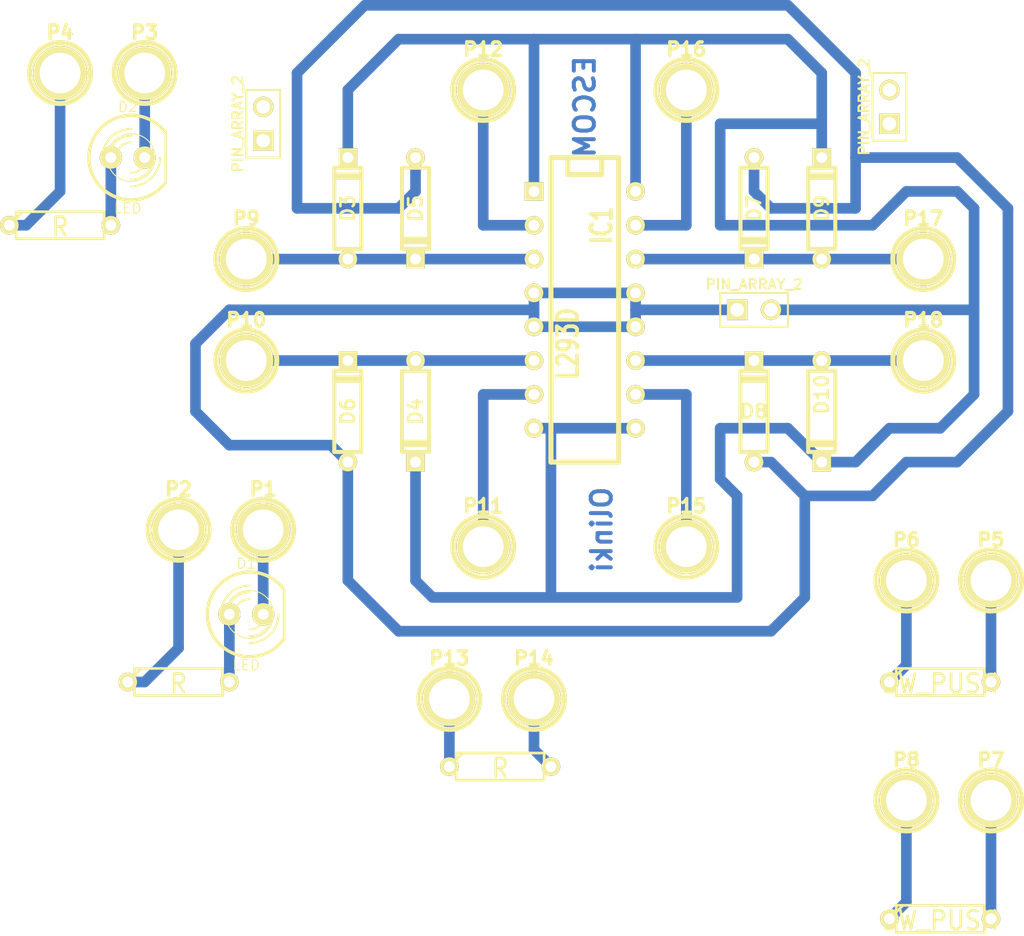
<source format=kicad_pcb>
(kicad_pcb (version 4) (host pcbnew 2015.08.03-3.rev6041.fc23-product)

  (general
    (links 42)
    (no_connects 0)
    (area 167.839572 121.265999 247.450429 191.9605)
    (thickness 1.6)
    (drawings 2)
    (tracks 113)
    (zones 0)
    (modules 37)
    (nets 23)
  )

  (page A3)
  (layers
    (0 F.Cu signal)
    (31 B.Cu signal)
    (32 B.Adhes user)
    (33 F.Adhes user)
    (34 B.Paste user)
    (35 F.Paste user)
    (36 B.SilkS user)
    (37 F.SilkS user)
    (38 B.Mask user)
    (39 F.Mask user)
    (40 Dwgs.User user)
    (41 Cmts.User user)
    (42 Eco1.User user)
    (43 Eco2.User user)
    (44 Edge.Cuts user)
  )

  (setup
    (last_trace_width 0.8)
    (trace_clearance 0.254)
    (zone_clearance 0.508)
    (zone_45_only no)
    (trace_min 0.254)
    (segment_width 0.2)
    (edge_width 0.1)
    (via_size 0.889)
    (via_drill 0.635)
    (via_min_size 0.889)
    (via_min_drill 0.508)
    (uvia_size 0.508)
    (uvia_drill 0.127)
    (uvias_allowed no)
    (uvia_min_size 0.508)
    (uvia_min_drill 0.127)
    (pcb_text_width 0.3)
    (pcb_text_size 1.5 1.5)
    (mod_edge_width 0.15)
    (mod_text_size 1 1)
    (mod_text_width 0.15)
    (pad_size 1.5 1.5)
    (pad_drill 0.6)
    (pad_to_mask_clearance 0)
    (aux_axis_origin 0 0)
    (visible_elements FFFFFFBF)
    (pcbplotparams
      (layerselection 0x00030_80000001)
      (usegerberextensions false)
      (excludeedgelayer true)
      (linewidth 0.150000)
      (plotframeref false)
      (viasonmask false)
      (mode 1)
      (useauxorigin false)
      (hpglpennumber 1)
      (hpglpenspeed 20)
      (hpglpendiameter 15)
      (hpglpenoverlay 2)
      (psnegative false)
      (psa4output false)
      (plotreference true)
      (plotvalue true)
      (plotinvisibletext false)
      (padsonsilk false)
      (subtractmaskfromsilk false)
      (outputformat 4)
      (mirror false)
      (drillshape 0)
      (scaleselection 1)
      (outputdirectory motor.pdf))
  )

  (net 0 "")
  (net 1 GND)
  (net 2 N-000001)
  (net 3 N-0000010)
  (net 4 N-0000011)
  (net 5 N-0000012)
  (net 6 N-0000013)
  (net 7 N-0000014)
  (net 8 N-0000015)
  (net 9 N-0000016)
  (net 10 N-0000017)
  (net 11 N-0000018)
  (net 12 N-0000019)
  (net 13 N-000002)
  (net 14 N-0000020)
  (net 15 N-0000021)
  (net 16 N-0000022)
  (net 17 N-000003)
  (net 18 N-000005)
  (net 19 N-000006)
  (net 20 N-000007)
  (net 21 N-000009)
  (net 22 VCC)

  (net_class Default "This is the default net class."
    (clearance 0.254)
    (trace_width 0.8)
    (via_dia 0.889)
    (via_drill 0.635)
    (uvia_dia 0.508)
    (uvia_drill 0.127)
    (add_net GND)
    (add_net N-000001)
    (add_net N-0000010)
    (add_net N-0000011)
    (add_net N-0000012)
    (add_net N-0000013)
    (add_net N-0000014)
    (add_net N-0000015)
    (add_net N-0000016)
    (add_net N-0000017)
    (add_net N-0000018)
    (add_net N-0000019)
    (add_net N-000002)
    (add_net N-0000020)
    (add_net N-0000021)
    (add_net N-0000022)
    (add_net N-000003)
    (add_net N-000005)
    (add_net N-000006)
    (add_net N-000007)
    (add_net N-000009)
    (add_net VCC)
  )

  (module R3 (layer F.Cu) (tedit 4E4C0E65) (tstamp 56228EB7)
    (at 181.61 172.72)
    (descr "Resitance 3 pas")
    (tags R)
    (path /5621ADDE)
    (autoplace_cost180 10)
    (fp_text reference R1 (at 0 0.127) (layer F.SilkS) hide
      (effects (font (size 1.397 1.27) (thickness 0.2032)))
    )
    (fp_text value R (at 0 0.127) (layer F.SilkS)
      (effects (font (size 1.397 1.27) (thickness 0.2032)))
    )
    (fp_line (start -3.81 0) (end -3.302 0) (layer F.SilkS) (width 0.2032))
    (fp_line (start 3.81 0) (end 3.302 0) (layer F.SilkS) (width 0.2032))
    (fp_line (start 3.302 0) (end 3.302 -1.016) (layer F.SilkS) (width 0.2032))
    (fp_line (start 3.302 -1.016) (end -3.302 -1.016) (layer F.SilkS) (width 0.2032))
    (fp_line (start -3.302 -1.016) (end -3.302 1.016) (layer F.SilkS) (width 0.2032))
    (fp_line (start -3.302 1.016) (end 3.302 1.016) (layer F.SilkS) (width 0.2032))
    (fp_line (start 3.302 1.016) (end 3.302 0) (layer F.SilkS) (width 0.2032))
    (fp_line (start -3.302 -0.508) (end -2.794 -1.016) (layer F.SilkS) (width 0.2032))
    (pad 1 thru_hole circle (at -3.81 0) (size 1.397 1.397) (drill 0.8128) (layers *.Cu *.Mask F.SilkS)
      (net 10 N-0000017))
    (pad 2 thru_hole circle (at 3.81 0) (size 1.397 1.397) (drill 0.8128) (layers *.Cu *.Mask F.SilkS)
      (net 8 N-0000015))
    (model discret/resistor.wrl
      (at (xyz 0 0 0))
      (scale (xyz 0.3 0.3 0.3))
      (rotate (xyz 0 0 0))
    )
  )

  (module R3 (layer F.Cu) (tedit 4E4C0E65) (tstamp 56228EC5)
    (at 205.74 179.07)
    (descr "Resitance 3 pas")
    (tags R)
    (path /56228B9E)
    (autoplace_cost180 10)
    (fp_text reference R3 (at 0 0.127) (layer F.SilkS) hide
      (effects (font (size 1.397 1.27) (thickness 0.2032)))
    )
    (fp_text value R (at 0 0.127) (layer F.SilkS)
      (effects (font (size 1.397 1.27) (thickness 0.2032)))
    )
    (fp_line (start -3.81 0) (end -3.302 0) (layer F.SilkS) (width 0.2032))
    (fp_line (start 3.81 0) (end 3.302 0) (layer F.SilkS) (width 0.2032))
    (fp_line (start 3.302 0) (end 3.302 -1.016) (layer F.SilkS) (width 0.2032))
    (fp_line (start 3.302 -1.016) (end -3.302 -1.016) (layer F.SilkS) (width 0.2032))
    (fp_line (start -3.302 -1.016) (end -3.302 1.016) (layer F.SilkS) (width 0.2032))
    (fp_line (start -3.302 1.016) (end 3.302 1.016) (layer F.SilkS) (width 0.2032))
    (fp_line (start 3.302 1.016) (end 3.302 0) (layer F.SilkS) (width 0.2032))
    (fp_line (start -3.302 -0.508) (end -2.794 -1.016) (layer F.SilkS) (width 0.2032))
    (pad 1 thru_hole circle (at -3.81 0) (size 1.397 1.397) (drill 0.8128) (layers *.Cu *.Mask F.SilkS)
      (net 19 N-000006))
    (pad 2 thru_hole circle (at 3.81 0) (size 1.397 1.397) (drill 0.8128) (layers *.Cu *.Mask F.SilkS)
      (net 20 N-000007))
    (model discret/resistor.wrl
      (at (xyz 0 0 0))
      (scale (xyz 0.3 0.3 0.3))
      (rotate (xyz 0 0 0))
    )
  )

  (module R3 (layer F.Cu) (tedit 4E4C0E65) (tstamp 56228ED3)
    (at 172.72 138.43)
    (descr "Resitance 3 pas")
    (tags R)
    (path /562249A0)
    (autoplace_cost180 10)
    (fp_text reference R2 (at 0 0.127) (layer F.SilkS) hide
      (effects (font (size 1.397 1.27) (thickness 0.2032)))
    )
    (fp_text value R (at 0 0.127) (layer F.SilkS)
      (effects (font (size 1.397 1.27) (thickness 0.2032)))
    )
    (fp_line (start -3.81 0) (end -3.302 0) (layer F.SilkS) (width 0.2032))
    (fp_line (start 3.81 0) (end 3.302 0) (layer F.SilkS) (width 0.2032))
    (fp_line (start 3.302 0) (end 3.302 -1.016) (layer F.SilkS) (width 0.2032))
    (fp_line (start 3.302 -1.016) (end -3.302 -1.016) (layer F.SilkS) (width 0.2032))
    (fp_line (start -3.302 -1.016) (end -3.302 1.016) (layer F.SilkS) (width 0.2032))
    (fp_line (start -3.302 1.016) (end 3.302 1.016) (layer F.SilkS) (width 0.2032))
    (fp_line (start 3.302 1.016) (end 3.302 0) (layer F.SilkS) (width 0.2032))
    (fp_line (start -3.302 -0.508) (end -2.794 -1.016) (layer F.SilkS) (width 0.2032))
    (pad 1 thru_hole circle (at -3.81 0) (size 1.397 1.397) (drill 0.8128) (layers *.Cu *.Mask F.SilkS)
      (net 3 N-0000010))
    (pad 2 thru_hole circle (at 3.81 0) (size 1.397 1.397) (drill 0.8128) (layers *.Cu *.Mask F.SilkS)
      (net 11 N-0000018))
    (model discret/resistor.wrl
      (at (xyz 0 0 0))
      (scale (xyz 0.3 0.3 0.3))
      (rotate (xyz 0 0 0))
    )
  )

  (module R3 (layer F.Cu) (tedit 4E4C0E65) (tstamp 56228EE1)
    (at 238.76 172.72)
    (descr "Resitance 3 pas")
    (tags R)
    (path /56224ACA)
    (autoplace_cost180 10)
    (fp_text reference SW1 (at 0 0.127) (layer F.SilkS) hide
      (effects (font (size 1.397 1.27) (thickness 0.2032)))
    )
    (fp_text value SW_PUSH (at 0 0.127) (layer F.SilkS)
      (effects (font (size 1.397 1.27) (thickness 0.2032)))
    )
    (fp_line (start -3.81 0) (end -3.302 0) (layer F.SilkS) (width 0.2032))
    (fp_line (start 3.81 0) (end 3.302 0) (layer F.SilkS) (width 0.2032))
    (fp_line (start 3.302 0) (end 3.302 -1.016) (layer F.SilkS) (width 0.2032))
    (fp_line (start 3.302 -1.016) (end -3.302 -1.016) (layer F.SilkS) (width 0.2032))
    (fp_line (start -3.302 -1.016) (end -3.302 1.016) (layer F.SilkS) (width 0.2032))
    (fp_line (start -3.302 1.016) (end 3.302 1.016) (layer F.SilkS) (width 0.2032))
    (fp_line (start 3.302 1.016) (end 3.302 0) (layer F.SilkS) (width 0.2032))
    (fp_line (start -3.302 -0.508) (end -2.794 -1.016) (layer F.SilkS) (width 0.2032))
    (pad 1 thru_hole circle (at -3.81 0) (size 1.397 1.397) (drill 0.8128) (layers *.Cu *.Mask F.SilkS)
      (net 6 N-0000013))
    (pad 2 thru_hole circle (at 3.81 0) (size 1.397 1.397) (drill 0.8128) (layers *.Cu *.Mask F.SilkS)
      (net 5 N-0000012))
    (model discret/resistor.wrl
      (at (xyz 0 0 0))
      (scale (xyz 0.3 0.3 0.3))
      (rotate (xyz 0 0 0))
    )
  )

  (module R3 (layer F.Cu) (tedit 4E4C0E65) (tstamp 56228EEF)
    (at 238.76 190.5)
    (descr "Resitance 3 pas")
    (tags R)
    (path /56224B6B)
    (autoplace_cost180 10)
    (fp_text reference SW2 (at 0 0.127) (layer F.SilkS) hide
      (effects (font (size 1.397 1.27) (thickness 0.2032)))
    )
    (fp_text value SW_PUSH (at 0 0.127) (layer F.SilkS)
      (effects (font (size 1.397 1.27) (thickness 0.2032)))
    )
    (fp_line (start -3.81 0) (end -3.302 0) (layer F.SilkS) (width 0.2032))
    (fp_line (start 3.81 0) (end 3.302 0) (layer F.SilkS) (width 0.2032))
    (fp_line (start 3.302 0) (end 3.302 -1.016) (layer F.SilkS) (width 0.2032))
    (fp_line (start 3.302 -1.016) (end -3.302 -1.016) (layer F.SilkS) (width 0.2032))
    (fp_line (start -3.302 -1.016) (end -3.302 1.016) (layer F.SilkS) (width 0.2032))
    (fp_line (start -3.302 1.016) (end 3.302 1.016) (layer F.SilkS) (width 0.2032))
    (fp_line (start 3.302 1.016) (end 3.302 0) (layer F.SilkS) (width 0.2032))
    (fp_line (start -3.302 -0.508) (end -2.794 -1.016) (layer F.SilkS) (width 0.2032))
    (pad 1 thru_hole circle (at -3.81 0) (size 1.397 1.397) (drill 0.8128) (layers *.Cu *.Mask F.SilkS)
      (net 7 N-0000014))
    (pad 2 thru_hole circle (at 3.81 0) (size 1.397 1.397) (drill 0.8128) (layers *.Cu *.Mask F.SilkS)
      (net 21 N-000009))
    (model discret/resistor.wrl
      (at (xyz 0 0 0))
      (scale (xyz 0.3 0.3 0.3))
      (rotate (xyz 0 0 0))
    )
  )

  (module LED-5MM (layer F.Cu) (tedit 50ADE86B) (tstamp 56228EFE)
    (at 177.8 133.35)
    (descr "LED 5mm - Lead pitch 100mil (2,54mm)")
    (tags "LED led 5mm 5MM 100mil 2,54mm")
    (path /5622499A)
    (fp_text reference D2 (at 0 -3.81) (layer F.SilkS)
      (effects (font (size 0.762 0.762) (thickness 0.0889)))
    )
    (fp_text value LED (at 0 3.81) (layer F.SilkS)
      (effects (font (size 0.762 0.762) (thickness 0.0889)))
    )
    (fp_line (start 2.8448 1.905) (end 2.8448 -1.905) (layer F.SilkS) (width 0.2032))
    (fp_circle (center 0.254 0) (end -1.016 1.27) (layer F.SilkS) (width 0.0762))
    (fp_arc (start 0.254 0) (end 2.794 1.905) (angle 286.2) (layer F.SilkS) (width 0.254))
    (fp_arc (start 0.254 0) (end -0.889 0) (angle 90) (layer F.SilkS) (width 0.1524))
    (fp_arc (start 0.254 0) (end 1.397 0) (angle 90) (layer F.SilkS) (width 0.1524))
    (fp_arc (start 0.254 0) (end -1.397 0) (angle 90) (layer F.SilkS) (width 0.1524))
    (fp_arc (start 0.254 0) (end 1.905 0) (angle 90) (layer F.SilkS) (width 0.1524))
    (fp_arc (start 0.254 0) (end -1.905 0) (angle 90) (layer F.SilkS) (width 0.1524))
    (fp_arc (start 0.254 0) (end 2.413 0) (angle 90) (layer F.SilkS) (width 0.1524))
    (pad 1 thru_hole circle (at -1.27 0) (size 1.6764 1.6764) (drill 0.8128) (layers *.Cu *.Mask F.SilkS)
      (net 11 N-0000018))
    (pad 2 thru_hole circle (at 1.27 0) (size 1.6764 1.6764) (drill 0.8128) (layers *.Cu *.Mask F.SilkS)
      (net 4 N-0000011))
    (model discret/leds/led5_vertical_verde.wrl
      (at (xyz 0 0 0))
      (scale (xyz 1 1 1))
      (rotate (xyz 0 0 0))
    )
  )

  (module LED-5MM (layer F.Cu) (tedit 50ADE86B) (tstamp 56228F0D)
    (at 186.69 167.64)
    (descr "LED 5mm - Lead pitch 100mil (2,54mm)")
    (tags "LED led 5mm 5MM 100mil 2,54mm")
    (path /5621AB91)
    (fp_text reference D1 (at 0 -3.81) (layer F.SilkS)
      (effects (font (size 0.762 0.762) (thickness 0.0889)))
    )
    (fp_text value LED (at 0 3.81) (layer F.SilkS)
      (effects (font (size 0.762 0.762) (thickness 0.0889)))
    )
    (fp_line (start 2.8448 1.905) (end 2.8448 -1.905) (layer F.SilkS) (width 0.2032))
    (fp_circle (center 0.254 0) (end -1.016 1.27) (layer F.SilkS) (width 0.0762))
    (fp_arc (start 0.254 0) (end 2.794 1.905) (angle 286.2) (layer F.SilkS) (width 0.254))
    (fp_arc (start 0.254 0) (end -0.889 0) (angle 90) (layer F.SilkS) (width 0.1524))
    (fp_arc (start 0.254 0) (end 1.397 0) (angle 90) (layer F.SilkS) (width 0.1524))
    (fp_arc (start 0.254 0) (end -1.397 0) (angle 90) (layer F.SilkS) (width 0.1524))
    (fp_arc (start 0.254 0) (end 1.905 0) (angle 90) (layer F.SilkS) (width 0.1524))
    (fp_arc (start 0.254 0) (end -1.905 0) (angle 90) (layer F.SilkS) (width 0.1524))
    (fp_arc (start 0.254 0) (end 2.413 0) (angle 90) (layer F.SilkS) (width 0.1524))
    (pad 1 thru_hole circle (at -1.27 0) (size 1.6764 1.6764) (drill 0.8128) (layers *.Cu *.Mask F.SilkS)
      (net 8 N-0000015))
    (pad 2 thru_hole circle (at 1.27 0) (size 1.6764 1.6764) (drill 0.8128) (layers *.Cu *.Mask F.SilkS)
      (net 9 N-0000016))
    (model discret/leds/led5_vertical_verde.wrl
      (at (xyz 0 0 0))
      (scale (xyz 1 1 1))
      (rotate (xyz 0 0 0))
    )
  )

  (module DIP-16__300 (layer F.Cu) (tedit 200000) (tstamp 56228F29)
    (at 212.09 144.78 270)
    (descr "16 pins DIL package, round pads")
    (tags DIL)
    (path /56225176)
    (fp_text reference IC1 (at -6.35 -1.27 270) (layer F.SilkS)
      (effects (font (size 1.524 1.143) (thickness 0.3048)))
    )
    (fp_text value L293D (at 2.54 1.27 270) (layer F.SilkS)
      (effects (font (size 1.524 1.143) (thickness 0.3048)))
    )
    (fp_line (start -11.43 -1.27) (end -11.43 -1.27) (layer F.SilkS) (width 0.381))
    (fp_line (start -11.43 -1.27) (end -10.16 -1.27) (layer F.SilkS) (width 0.381))
    (fp_line (start -10.16 -1.27) (end -10.16 1.27) (layer F.SilkS) (width 0.381))
    (fp_line (start -10.16 1.27) (end -11.43 1.27) (layer F.SilkS) (width 0.381))
    (fp_line (start -11.43 -2.54) (end 11.43 -2.54) (layer F.SilkS) (width 0.381))
    (fp_line (start 11.43 -2.54) (end 11.43 2.54) (layer F.SilkS) (width 0.381))
    (fp_line (start 11.43 2.54) (end -11.43 2.54) (layer F.SilkS) (width 0.381))
    (fp_line (start -11.43 2.54) (end -11.43 -2.54) (layer F.SilkS) (width 0.381))
    (pad 1 thru_hole rect (at -8.89 3.81 270) (size 1.397 1.397) (drill 0.8128) (layers *.Cu *.Mask F.SilkS)
      (net 22 VCC))
    (pad 2 thru_hole circle (at -6.35 3.81 270) (size 1.397 1.397) (drill 0.8128) (layers *.Cu *.Mask F.SilkS)
      (net 2 N-000001))
    (pad 3 thru_hole circle (at -3.81 3.81 270) (size 1.397 1.397) (drill 0.8128) (layers *.Cu *.Mask F.SilkS)
      (net 12 N-0000019))
    (pad 4 thru_hole circle (at -1.27 3.81 270) (size 1.397 1.397) (drill 0.8128) (layers *.Cu *.Mask F.SilkS)
      (net 1 GND))
    (pad 5 thru_hole circle (at 1.27 3.81 270) (size 1.397 1.397) (drill 0.8128) (layers *.Cu *.Mask F.SilkS)
      (net 1 GND))
    (pad 6 thru_hole circle (at 3.81 3.81 270) (size 1.397 1.397) (drill 0.8128) (layers *.Cu *.Mask F.SilkS)
      (net 14 N-0000020))
    (pad 7 thru_hole circle (at 6.35 3.81 270) (size 1.397 1.397) (drill 0.8128) (layers *.Cu *.Mask F.SilkS)
      (net 13 N-000002))
    (pad 8 thru_hole circle (at 8.89 3.81 270) (size 1.397 1.397) (drill 0.8128) (layers *.Cu *.Mask F.SilkS)
      (net 22 VCC))
    (pad 9 thru_hole circle (at 8.89 -3.81 270) (size 1.397 1.397) (drill 0.8128) (layers *.Cu *.Mask F.SilkS)
      (net 22 VCC))
    (pad 10 thru_hole circle (at 6.35 -3.81 270) (size 1.397 1.397) (drill 0.8128) (layers *.Cu *.Mask F.SilkS)
      (net 17 N-000003))
    (pad 11 thru_hole circle (at 3.81 -3.81 270) (size 1.397 1.397) (drill 0.8128) (layers *.Cu *.Mask F.SilkS)
      (net 16 N-0000022))
    (pad 12 thru_hole circle (at 1.27 -3.81 270) (size 1.397 1.397) (drill 0.8128) (layers *.Cu *.Mask F.SilkS)
      (net 1 GND))
    (pad 13 thru_hole circle (at -1.27 -3.81 270) (size 1.397 1.397) (drill 0.8128) (layers *.Cu *.Mask F.SilkS)
      (net 1 GND))
    (pad 14 thru_hole circle (at -3.81 -3.81 270) (size 1.397 1.397) (drill 0.8128) (layers *.Cu *.Mask F.SilkS)
      (net 15 N-0000021))
    (pad 15 thru_hole circle (at -6.35 -3.81 270) (size 1.397 1.397) (drill 0.8128) (layers *.Cu *.Mask F.SilkS)
      (net 18 N-000005))
    (pad 16 thru_hole circle (at -8.89 -3.81 270) (size 1.397 1.397) (drill 0.8128) (layers *.Cu *.Mask F.SilkS)
      (net 22 VCC))
    (model dil/dil_16.wrl
      (at (xyz 0 0 0))
      (scale (xyz 1 1 1))
      (rotate (xyz 0 0 0))
    )
  )

  (module D3 (layer F.Cu) (tedit 200000) (tstamp 56228F39)
    (at 194.31 152.4 90)
    (descr "Diode 3 pas")
    (tags "DIODE DEV")
    (path /5622526B)
    (fp_text reference D6 (at 0 0 90) (layer F.SilkS)
      (effects (font (size 1.016 1.016) (thickness 0.2032)))
    )
    (fp_text value DIODE (at 0 0 90) (layer F.SilkS) hide
      (effects (font (size 1.016 1.016) (thickness 0.2032)))
    )
    (fp_line (start 3.81 0) (end 3.048 0) (layer F.SilkS) (width 0.3048))
    (fp_line (start 3.048 0) (end 3.048 -1.016) (layer F.SilkS) (width 0.3048))
    (fp_line (start 3.048 -1.016) (end -3.048 -1.016) (layer F.SilkS) (width 0.3048))
    (fp_line (start -3.048 -1.016) (end -3.048 0) (layer F.SilkS) (width 0.3048))
    (fp_line (start -3.048 0) (end -3.81 0) (layer F.SilkS) (width 0.3048))
    (fp_line (start -3.048 0) (end -3.048 1.016) (layer F.SilkS) (width 0.3048))
    (fp_line (start -3.048 1.016) (end 3.048 1.016) (layer F.SilkS) (width 0.3048))
    (fp_line (start 3.048 1.016) (end 3.048 0) (layer F.SilkS) (width 0.3048))
    (fp_line (start 2.54 -1.016) (end 2.54 1.016) (layer F.SilkS) (width 0.3048))
    (fp_line (start 2.286 1.016) (end 2.286 -1.016) (layer F.SilkS) (width 0.3048))
    (pad 2 thru_hole rect (at 3.81 0 90) (size 1.397 1.397) (drill 0.8128) (layers *.Cu *.Mask F.SilkS)
      (net 14 N-0000020))
    (pad 1 thru_hole circle (at -3.81 0 90) (size 1.397 1.397) (drill 0.8128) (layers *.Cu *.Mask F.SilkS)
      (net 1 GND))
    (model discret/diode.wrl
      (at (xyz 0 0 0))
      (scale (xyz 0.3 0.3 0.3))
      (rotate (xyz 0 0 0))
    )
  )

  (module D3 (layer F.Cu) (tedit 56240799) (tstamp 56228F49)
    (at 224.79 152.4 90)
    (descr "Diode 3 pas")
    (tags "DIODE DEV")
    (path /562252B6)
    (fp_text reference D8 (at 0 0 180) (layer F.SilkS)
      (effects (font (size 1.016 1.016) (thickness 0.2032)))
    )
    (fp_text value DIODE (at 0 0 90) (layer F.SilkS) hide
      (effects (font (size 1.016 1.016) (thickness 0.2032)))
    )
    (fp_line (start 3.81 0) (end 3.048 0) (layer F.SilkS) (width 0.3048))
    (fp_line (start 3.048 0) (end 3.048 -1.016) (layer F.SilkS) (width 0.3048))
    (fp_line (start 3.048 -1.016) (end -3.048 -1.016) (layer F.SilkS) (width 0.3048))
    (fp_line (start -3.048 -1.016) (end -3.048 0) (layer F.SilkS) (width 0.3048))
    (fp_line (start -3.048 0) (end -3.81 0) (layer F.SilkS) (width 0.3048))
    (fp_line (start -3.048 0) (end -3.048 1.016) (layer F.SilkS) (width 0.3048))
    (fp_line (start -3.048 1.016) (end 3.048 1.016) (layer F.SilkS) (width 0.3048))
    (fp_line (start 3.048 1.016) (end 3.048 0) (layer F.SilkS) (width 0.3048))
    (fp_line (start 2.54 -1.016) (end 2.54 1.016) (layer F.SilkS) (width 0.3048))
    (fp_line (start 2.286 1.016) (end 2.286 -1.016) (layer F.SilkS) (width 0.3048))
    (pad 2 thru_hole rect (at 3.81 0 90) (size 1.397 1.397) (drill 0.8128) (layers *.Cu *.Mask F.SilkS)
      (net 16 N-0000022))
    (pad 1 thru_hole circle (at -3.81 0 90) (size 1.397 1.397) (drill 0.8128) (layers *.Cu *.Mask F.SilkS)
      (net 1 GND))
    (model discret/diode.wrl
      (at (xyz 0 0 0))
      (scale (xyz 0.3 0.3 0.3))
      (rotate (xyz 0 0 0))
    )
  )

  (module D3 (layer F.Cu) (tedit 56240759) (tstamp 56228F59)
    (at 229.87 152.4 270)
    (descr "Diode 3 pas")
    (tags "DIODE DEV")
    (path /562252A7)
    (fp_text reference D10 (at -1.27 0 270) (layer F.SilkS)
      (effects (font (size 1.016 1.016) (thickness 0.2032)))
    )
    (fp_text value DIODE (at 0 0 270) (layer F.SilkS) hide
      (effects (font (size 1.016 1.016) (thickness 0.2032)))
    )
    (fp_line (start 3.81 0) (end 3.048 0) (layer F.SilkS) (width 0.3048))
    (fp_line (start 3.048 0) (end 3.048 -1.016) (layer F.SilkS) (width 0.3048))
    (fp_line (start 3.048 -1.016) (end -3.048 -1.016) (layer F.SilkS) (width 0.3048))
    (fp_line (start -3.048 -1.016) (end -3.048 0) (layer F.SilkS) (width 0.3048))
    (fp_line (start -3.048 0) (end -3.81 0) (layer F.SilkS) (width 0.3048))
    (fp_line (start -3.048 0) (end -3.048 1.016) (layer F.SilkS) (width 0.3048))
    (fp_line (start -3.048 1.016) (end 3.048 1.016) (layer F.SilkS) (width 0.3048))
    (fp_line (start 3.048 1.016) (end 3.048 0) (layer F.SilkS) (width 0.3048))
    (fp_line (start 2.54 -1.016) (end 2.54 1.016) (layer F.SilkS) (width 0.3048))
    (fp_line (start 2.286 1.016) (end 2.286 -1.016) (layer F.SilkS) (width 0.3048))
    (pad 2 thru_hole rect (at 3.81 0 270) (size 1.397 1.397) (drill 0.8128) (layers *.Cu *.Mask F.SilkS)
      (net 22 VCC))
    (pad 1 thru_hole circle (at -3.81 0 270) (size 1.397 1.397) (drill 0.8128) (layers *.Cu *.Mask F.SilkS)
      (net 16 N-0000022))
    (model discret/diode.wrl
      (at (xyz 0 0 0))
      (scale (xyz 0.3 0.3 0.3))
      (rotate (xyz 0 0 0))
    )
  )

  (module D3 (layer F.Cu) (tedit 562407D3) (tstamp 56228F69)
    (at 229.87 137.16 90)
    (descr "Diode 3 pas")
    (tags "DIODE DEV")
    (path /56225298)
    (fp_text reference D9 (at 0 0 90) (layer F.SilkS)
      (effects (font (size 1.016 1.016) (thickness 0.2032)))
    )
    (fp_text value DIODE (at 0 0 90) (layer F.SilkS) hide
      (effects (font (size 1.016 1.016) (thickness 0.2032)))
    )
    (fp_line (start 3.81 0) (end 3.048 0) (layer F.SilkS) (width 0.3048))
    (fp_line (start 3.048 0) (end 3.048 -1.016) (layer F.SilkS) (width 0.3048))
    (fp_line (start 3.048 -1.016) (end -3.048 -1.016) (layer F.SilkS) (width 0.3048))
    (fp_line (start -3.048 -1.016) (end -3.048 0) (layer F.SilkS) (width 0.3048))
    (fp_line (start -3.048 0) (end -3.81 0) (layer F.SilkS) (width 0.3048))
    (fp_line (start -3.048 0) (end -3.048 1.016) (layer F.SilkS) (width 0.3048))
    (fp_line (start -3.048 1.016) (end 3.048 1.016) (layer F.SilkS) (width 0.3048))
    (fp_line (start 3.048 1.016) (end 3.048 0) (layer F.SilkS) (width 0.3048))
    (fp_line (start 2.54 -1.016) (end 2.54 1.016) (layer F.SilkS) (width 0.3048))
    (fp_line (start 2.286 1.016) (end 2.286 -1.016) (layer F.SilkS) (width 0.3048))
    (pad 2 thru_hole rect (at 3.81 0 90) (size 1.397 1.397) (drill 0.8128) (layers *.Cu *.Mask F.SilkS)
      (net 22 VCC))
    (pad 1 thru_hole circle (at -3.81 0 90) (size 1.397 1.397) (drill 0.8128) (layers *.Cu *.Mask F.SilkS)
      (net 15 N-0000021))
    (model discret/diode.wrl
      (at (xyz 0 0 0))
      (scale (xyz 0.3 0.3 0.3))
      (rotate (xyz 0 0 0))
    )
  )

  (module D3 (layer F.Cu) (tedit 200000) (tstamp 56228F79)
    (at 224.79 137.16 270)
    (descr "Diode 3 pas")
    (tags "DIODE DEV")
    (path /56225289)
    (fp_text reference D7 (at 0 0 270) (layer F.SilkS)
      (effects (font (size 1.016 1.016) (thickness 0.2032)))
    )
    (fp_text value DIODE (at 0 0 270) (layer F.SilkS) hide
      (effects (font (size 1.016 1.016) (thickness 0.2032)))
    )
    (fp_line (start 3.81 0) (end 3.048 0) (layer F.SilkS) (width 0.3048))
    (fp_line (start 3.048 0) (end 3.048 -1.016) (layer F.SilkS) (width 0.3048))
    (fp_line (start 3.048 -1.016) (end -3.048 -1.016) (layer F.SilkS) (width 0.3048))
    (fp_line (start -3.048 -1.016) (end -3.048 0) (layer F.SilkS) (width 0.3048))
    (fp_line (start -3.048 0) (end -3.81 0) (layer F.SilkS) (width 0.3048))
    (fp_line (start -3.048 0) (end -3.048 1.016) (layer F.SilkS) (width 0.3048))
    (fp_line (start -3.048 1.016) (end 3.048 1.016) (layer F.SilkS) (width 0.3048))
    (fp_line (start 3.048 1.016) (end 3.048 0) (layer F.SilkS) (width 0.3048))
    (fp_line (start 2.54 -1.016) (end 2.54 1.016) (layer F.SilkS) (width 0.3048))
    (fp_line (start 2.286 1.016) (end 2.286 -1.016) (layer F.SilkS) (width 0.3048))
    (pad 2 thru_hole rect (at 3.81 0 270) (size 1.397 1.397) (drill 0.8128) (layers *.Cu *.Mask F.SilkS)
      (net 15 N-0000021))
    (pad 1 thru_hole circle (at -3.81 0 270) (size 1.397 1.397) (drill 0.8128) (layers *.Cu *.Mask F.SilkS)
      (net 1 GND))
    (model discret/diode.wrl
      (at (xyz 0 0 0))
      (scale (xyz 0.3 0.3 0.3))
      (rotate (xyz 0 0 0))
    )
  )

  (module D3 (layer F.Cu) (tedit 56240777) (tstamp 56228F89)
    (at 199.39 152.4 270)
    (descr "Diode 3 pas")
    (tags "DIODE DEV")
    (path /5622527A)
    (fp_text reference D4 (at 0 0 270) (layer F.SilkS)
      (effects (font (size 1.016 1.016) (thickness 0.2032)))
    )
    (fp_text value DIODE (at 0 0 270) (layer F.SilkS) hide
      (effects (font (size 1.016 1.016) (thickness 0.2032)))
    )
    (fp_line (start 3.81 0) (end 3.048 0) (layer F.SilkS) (width 0.3048))
    (fp_line (start 3.048 0) (end 3.048 -1.016) (layer F.SilkS) (width 0.3048))
    (fp_line (start 3.048 -1.016) (end -3.048 -1.016) (layer F.SilkS) (width 0.3048))
    (fp_line (start -3.048 -1.016) (end -3.048 0) (layer F.SilkS) (width 0.3048))
    (fp_line (start -3.048 0) (end -3.81 0) (layer F.SilkS) (width 0.3048))
    (fp_line (start -3.048 0) (end -3.048 1.016) (layer F.SilkS) (width 0.3048))
    (fp_line (start -3.048 1.016) (end 3.048 1.016) (layer F.SilkS) (width 0.3048))
    (fp_line (start 3.048 1.016) (end 3.048 0) (layer F.SilkS) (width 0.3048))
    (fp_line (start 2.54 -1.016) (end 2.54 1.016) (layer F.SilkS) (width 0.3048))
    (fp_line (start 2.286 1.016) (end 2.286 -1.016) (layer F.SilkS) (width 0.3048))
    (pad 2 thru_hole rect (at 3.81 0 270) (size 1.397 1.397) (drill 0.8128) (layers *.Cu *.Mask F.SilkS)
      (net 22 VCC))
    (pad 1 thru_hole circle (at -3.81 0 270) (size 1.397 1.397) (drill 0.8128) (layers *.Cu *.Mask F.SilkS)
      (net 14 N-0000020))
    (model discret/diode.wrl
      (at (xyz 0 0 0))
      (scale (xyz 0.3 0.3 0.3))
      (rotate (xyz 0 0 0))
    )
  )

  (module D3 (layer F.Cu) (tedit 200000) (tstamp 56228F99)
    (at 194.31 137.16 90)
    (descr "Diode 3 pas")
    (tags "DIODE DEV")
    (path /5622525C)
    (fp_text reference D3 (at 0 0 90) (layer F.SilkS)
      (effects (font (size 1.016 1.016) (thickness 0.2032)))
    )
    (fp_text value DIODE (at 0 0 90) (layer F.SilkS) hide
      (effects (font (size 1.016 1.016) (thickness 0.2032)))
    )
    (fp_line (start 3.81 0) (end 3.048 0) (layer F.SilkS) (width 0.3048))
    (fp_line (start 3.048 0) (end 3.048 -1.016) (layer F.SilkS) (width 0.3048))
    (fp_line (start 3.048 -1.016) (end -3.048 -1.016) (layer F.SilkS) (width 0.3048))
    (fp_line (start -3.048 -1.016) (end -3.048 0) (layer F.SilkS) (width 0.3048))
    (fp_line (start -3.048 0) (end -3.81 0) (layer F.SilkS) (width 0.3048))
    (fp_line (start -3.048 0) (end -3.048 1.016) (layer F.SilkS) (width 0.3048))
    (fp_line (start -3.048 1.016) (end 3.048 1.016) (layer F.SilkS) (width 0.3048))
    (fp_line (start 3.048 1.016) (end 3.048 0) (layer F.SilkS) (width 0.3048))
    (fp_line (start 2.54 -1.016) (end 2.54 1.016) (layer F.SilkS) (width 0.3048))
    (fp_line (start 2.286 1.016) (end 2.286 -1.016) (layer F.SilkS) (width 0.3048))
    (pad 2 thru_hole rect (at 3.81 0 90) (size 1.397 1.397) (drill 0.8128) (layers *.Cu *.Mask F.SilkS)
      (net 22 VCC))
    (pad 1 thru_hole circle (at -3.81 0 90) (size 1.397 1.397) (drill 0.8128) (layers *.Cu *.Mask F.SilkS)
      (net 12 N-0000019))
    (model discret/diode.wrl
      (at (xyz 0 0 0))
      (scale (xyz 0.3 0.3 0.3))
      (rotate (xyz 0 0 0))
    )
  )

  (module D3 (layer F.Cu) (tedit 200000) (tstamp 56228FA9)
    (at 199.39 137.16 270)
    (descr "Diode 3 pas")
    (tags "DIODE DEV")
    (path /5622524D)
    (fp_text reference D5 (at 0 0 270) (layer F.SilkS)
      (effects (font (size 1.016 1.016) (thickness 0.2032)))
    )
    (fp_text value DIODE (at 0 0 270) (layer F.SilkS) hide
      (effects (font (size 1.016 1.016) (thickness 0.2032)))
    )
    (fp_line (start 3.81 0) (end 3.048 0) (layer F.SilkS) (width 0.3048))
    (fp_line (start 3.048 0) (end 3.048 -1.016) (layer F.SilkS) (width 0.3048))
    (fp_line (start 3.048 -1.016) (end -3.048 -1.016) (layer F.SilkS) (width 0.3048))
    (fp_line (start -3.048 -1.016) (end -3.048 0) (layer F.SilkS) (width 0.3048))
    (fp_line (start -3.048 0) (end -3.81 0) (layer F.SilkS) (width 0.3048))
    (fp_line (start -3.048 0) (end -3.048 1.016) (layer F.SilkS) (width 0.3048))
    (fp_line (start -3.048 1.016) (end 3.048 1.016) (layer F.SilkS) (width 0.3048))
    (fp_line (start 3.048 1.016) (end 3.048 0) (layer F.SilkS) (width 0.3048))
    (fp_line (start 2.54 -1.016) (end 2.54 1.016) (layer F.SilkS) (width 0.3048))
    (fp_line (start 2.286 1.016) (end 2.286 -1.016) (layer F.SilkS) (width 0.3048))
    (pad 2 thru_hole rect (at 3.81 0 270) (size 1.397 1.397) (drill 0.8128) (layers *.Cu *.Mask F.SilkS)
      (net 12 N-0000019))
    (pad 1 thru_hole circle (at -3.81 0 270) (size 1.397 1.397) (drill 0.8128) (layers *.Cu *.Mask F.SilkS)
      (net 1 GND))
    (model discret/diode.wrl
      (at (xyz 0 0 0))
      (scale (xyz 0.3 0.3 0.3))
      (rotate (xyz 0 0 0))
    )
  )

  (module 1pin (layer F.Cu) (tedit 200000) (tstamp 56228FAF)
    (at 204.47 128.27)
    (descr "module 1 pin (ou trou mecanique de percage)")
    (tags DEV)
    (path /562252D4)
    (fp_text reference P12 (at 0 -3.048) (layer F.SilkS)
      (effects (font (size 1.016 1.016) (thickness 0.254)))
    )
    (fp_text value CONNECTOR (at 0 2.794) (layer F.SilkS) hide
      (effects (font (size 1.016 1.016) (thickness 0.254)))
    )
    (fp_circle (center 0 0) (end 0 -2.286) (layer F.SilkS) (width 0.381))
    (pad 1 thru_hole circle (at 0 0) (size 4.064 4.064) (drill 3.048) (layers *.Cu *.Mask F.SilkS)
      (net 2 N-000001))
  )

  (module 1pin (layer F.Cu) (tedit 200000) (tstamp 56228FB5)
    (at 208.28 173.99)
    (descr "module 1 pin (ou trou mecanique de percage)")
    (tags DEV)
    (path /56228BB5)
    (fp_text reference P14 (at 0 -3.048) (layer F.SilkS)
      (effects (font (size 1.016 1.016) (thickness 0.254)))
    )
    (fp_text value CONNECTOR (at 0 2.794) (layer F.SilkS) hide
      (effects (font (size 1.016 1.016) (thickness 0.254)))
    )
    (fp_circle (center 0 0) (end 0 -2.286) (layer F.SilkS) (width 0.381))
    (pad 1 thru_hole circle (at 0 0) (size 4.064 4.064) (drill 3.048) (layers *.Cu *.Mask F.SilkS)
      (net 20 N-000007))
  )

  (module 1pin (layer F.Cu) (tedit 200000) (tstamp 56228FBB)
    (at 201.93 173.99)
    (descr "module 1 pin (ou trou mecanique de percage)")
    (tags DEV)
    (path /56228BA6)
    (fp_text reference P13 (at 0 -3.048) (layer F.SilkS)
      (effects (font (size 1.016 1.016) (thickness 0.254)))
    )
    (fp_text value CONNECTOR (at 0 2.794) (layer F.SilkS) hide
      (effects (font (size 1.016 1.016) (thickness 0.254)))
    )
    (fp_circle (center 0 0) (end 0 -2.286) (layer F.SilkS) (width 0.381))
    (pad 1 thru_hole circle (at 0 0) (size 4.064 4.064) (drill 3.048) (layers *.Cu *.Mask F.SilkS)
      (net 19 N-000006))
  )

  (module 1pin (layer F.Cu) (tedit 200000) (tstamp 56228FC1)
    (at 187.96 161.29)
    (descr "module 1 pin (ou trou mecanique de percage)")
    (tags DEV)
    (path /5621B205)
    (fp_text reference P1 (at 0 -3.048) (layer F.SilkS)
      (effects (font (size 1.016 1.016) (thickness 0.254)))
    )
    (fp_text value CONNECTOR (at 0 2.794) (layer F.SilkS) hide
      (effects (font (size 1.016 1.016) (thickness 0.254)))
    )
    (fp_circle (center 0 0) (end 0 -2.286) (layer F.SilkS) (width 0.381))
    (pad 1 thru_hole circle (at 0 0) (size 4.064 4.064) (drill 3.048) (layers *.Cu *.Mask F.SilkS)
      (net 9 N-0000016))
  )

  (module 1pin (layer F.Cu) (tedit 200000) (tstamp 56228FC7)
    (at 219.71 162.56)
    (descr "module 1 pin (ou trou mecanique de percage)")
    (tags DEV)
    (path /5622532E)
    (fp_text reference P15 (at 0 -3.048) (layer F.SilkS)
      (effects (font (size 1.016 1.016) (thickness 0.254)))
    )
    (fp_text value CONNECTOR (at 0 2.794) (layer F.SilkS) hide
      (effects (font (size 1.016 1.016) (thickness 0.254)))
    )
    (fp_circle (center 0 0) (end 0 -2.286) (layer F.SilkS) (width 0.381))
    (pad 1 thru_hole circle (at 0 0) (size 4.064 4.064) (drill 3.048) (layers *.Cu *.Mask F.SilkS)
      (net 17 N-000003))
  )

  (module 1pin (layer F.Cu) (tedit 200000) (tstamp 56228FCD)
    (at 237.49 148.59)
    (descr "module 1 pin (ou trou mecanique de percage)")
    (tags DEV)
    (path /5622531F)
    (fp_text reference P18 (at 0 -3.048) (layer F.SilkS)
      (effects (font (size 1.016 1.016) (thickness 0.254)))
    )
    (fp_text value CONNECTOR (at 0 2.794) (layer F.SilkS) hide
      (effects (font (size 1.016 1.016) (thickness 0.254)))
    )
    (fp_circle (center 0 0) (end 0 -2.286) (layer F.SilkS) (width 0.381))
    (pad 1 thru_hole circle (at 0 0) (size 4.064 4.064) (drill 3.048) (layers *.Cu *.Mask F.SilkS)
      (net 16 N-0000022))
  )

  (module 1pin (layer F.Cu) (tedit 200000) (tstamp 56228FD3)
    (at 237.49 140.97)
    (descr "module 1 pin (ou trou mecanique de percage)")
    (tags DEV)
    (path /56225310)
    (fp_text reference P17 (at 0 -3.048) (layer F.SilkS)
      (effects (font (size 1.016 1.016) (thickness 0.254)))
    )
    (fp_text value CONNECTOR (at 0 2.794) (layer F.SilkS) hide
      (effects (font (size 1.016 1.016) (thickness 0.254)))
    )
    (fp_circle (center 0 0) (end 0 -2.286) (layer F.SilkS) (width 0.381))
    (pad 1 thru_hole circle (at 0 0) (size 4.064 4.064) (drill 3.048) (layers *.Cu *.Mask F.SilkS)
      (net 15 N-0000021))
  )

  (module 1pin (layer F.Cu) (tedit 200000) (tstamp 56228FD9)
    (at 219.71 128.27)
    (descr "module 1 pin (ou trou mecanique de percage)")
    (tags DEV)
    (path /56225301)
    (fp_text reference P16 (at 0 -3.048) (layer F.SilkS)
      (effects (font (size 1.016 1.016) (thickness 0.254)))
    )
    (fp_text value CONNECTOR (at 0 2.794) (layer F.SilkS) hide
      (effects (font (size 1.016 1.016) (thickness 0.254)))
    )
    (fp_circle (center 0 0) (end 0 -2.286) (layer F.SilkS) (width 0.381))
    (pad 1 thru_hole circle (at 0 0) (size 4.064 4.064) (drill 3.048) (layers *.Cu *.Mask F.SilkS)
      (net 18 N-000005))
  )

  (module 1pin (layer F.Cu) (tedit 200000) (tstamp 56228FDF)
    (at 186.69 140.97)
    (descr "module 1 pin (ou trou mecanique de percage)")
    (tags DEV)
    (path /562252F2)
    (fp_text reference P9 (at 0 -3.048) (layer F.SilkS)
      (effects (font (size 1.016 1.016) (thickness 0.254)))
    )
    (fp_text value CONNECTOR (at 0 2.794) (layer F.SilkS) hide
      (effects (font (size 1.016 1.016) (thickness 0.254)))
    )
    (fp_circle (center 0 0) (end 0 -2.286) (layer F.SilkS) (width 0.381))
    (pad 1 thru_hole circle (at 0 0) (size 4.064 4.064) (drill 3.048) (layers *.Cu *.Mask F.SilkS)
      (net 12 N-0000019))
  )

  (module 1pin (layer F.Cu) (tedit 200000) (tstamp 56228FE5)
    (at 186.69 148.59)
    (descr "module 1 pin (ou trou mecanique de percage)")
    (tags DEV)
    (path /562252E3)
    (fp_text reference P10 (at 0 -3.048) (layer F.SilkS)
      (effects (font (size 1.016 1.016) (thickness 0.254)))
    )
    (fp_text value CONNECTOR (at 0 2.794) (layer F.SilkS) hide
      (effects (font (size 1.016 1.016) (thickness 0.254)))
    )
    (fp_circle (center 0 0) (end 0 -2.286) (layer F.SilkS) (width 0.381))
    (pad 1 thru_hole circle (at 0 0) (size 4.064 4.064) (drill 3.048) (layers *.Cu *.Mask F.SilkS)
      (net 14 N-0000020))
  )

  (module 1pin (layer F.Cu) (tedit 200000) (tstamp 56228FEB)
    (at 204.47 162.56)
    (descr "module 1 pin (ou trou mecanique de percage)")
    (tags DEV)
    (path /562252C5)
    (fp_text reference P11 (at 0 -3.048) (layer F.SilkS)
      (effects (font (size 1.016 1.016) (thickness 0.254)))
    )
    (fp_text value CONNECTOR (at 0 2.794) (layer F.SilkS) hide
      (effects (font (size 1.016 1.016) (thickness 0.254)))
    )
    (fp_circle (center 0 0) (end 0 -2.286) (layer F.SilkS) (width 0.381))
    (pad 1 thru_hole circle (at 0 0) (size 4.064 4.064) (drill 3.048) (layers *.Cu *.Mask F.SilkS)
      (net 13 N-000002))
  )

  (module 1pin (layer F.Cu) (tedit 200000) (tstamp 56228FF1)
    (at 181.61 161.29)
    (descr "module 1 pin (ou trou mecanique de percage)")
    (tags DEV)
    (path /5621B214)
    (fp_text reference P2 (at 0 -3.048) (layer F.SilkS)
      (effects (font (size 1.016 1.016) (thickness 0.254)))
    )
    (fp_text value CONNECTOR (at 0 2.794) (layer F.SilkS) hide
      (effects (font (size 1.016 1.016) (thickness 0.254)))
    )
    (fp_circle (center 0 0) (end 0 -2.286) (layer F.SilkS) (width 0.381))
    (pad 1 thru_hole circle (at 0 0) (size 4.064 4.064) (drill 3.048) (layers *.Cu *.Mask F.SilkS)
      (net 10 N-0000017))
  )

  (module 1pin (layer F.Cu) (tedit 200000) (tstamp 56228FF7)
    (at 179.07 127)
    (descr "module 1 pin (ou trou mecanique de percage)")
    (tags DEV)
    (path /562249A7)
    (fp_text reference P3 (at 0 -3.048) (layer F.SilkS)
      (effects (font (size 1.016 1.016) (thickness 0.254)))
    )
    (fp_text value CONNECTOR (at 0 2.794) (layer F.SilkS) hide
      (effects (font (size 1.016 1.016) (thickness 0.254)))
    )
    (fp_circle (center 0 0) (end 0 -2.286) (layer F.SilkS) (width 0.381))
    (pad 1 thru_hole circle (at 0 0) (size 4.064 4.064) (drill 3.048) (layers *.Cu *.Mask F.SilkS)
      (net 4 N-0000011))
  )

  (module 1pin (layer F.Cu) (tedit 200000) (tstamp 56228FFD)
    (at 172.72 127)
    (descr "module 1 pin (ou trou mecanique de percage)")
    (tags DEV)
    (path /562249AD)
    (fp_text reference P4 (at 0 -3.048) (layer F.SilkS)
      (effects (font (size 1.016 1.016) (thickness 0.254)))
    )
    (fp_text value CONNECTOR (at 0 2.794) (layer F.SilkS) hide
      (effects (font (size 1.016 1.016) (thickness 0.254)))
    )
    (fp_circle (center 0 0) (end 0 -2.286) (layer F.SilkS) (width 0.381))
    (pad 1 thru_hole circle (at 0 0) (size 4.064 4.064) (drill 3.048) (layers *.Cu *.Mask F.SilkS)
      (net 3 N-0000010))
  )

  (module 1pin (layer F.Cu) (tedit 200000) (tstamp 56229003)
    (at 242.57 165.1)
    (descr "module 1 pin (ou trou mecanique de percage)")
    (tags DEV)
    (path /56224A7A)
    (fp_text reference P5 (at 0 -3.048) (layer F.SilkS)
      (effects (font (size 1.016 1.016) (thickness 0.254)))
    )
    (fp_text value CONNECTOR (at 0 2.794) (layer F.SilkS) hide
      (effects (font (size 1.016 1.016) (thickness 0.254)))
    )
    (fp_circle (center 0 0) (end 0 -2.286) (layer F.SilkS) (width 0.381))
    (pad 1 thru_hole circle (at 0 0) (size 4.064 4.064) (drill 3.048) (layers *.Cu *.Mask F.SilkS)
      (net 5 N-0000012))
  )

  (module 1pin (layer F.Cu) (tedit 200000) (tstamp 56229009)
    (at 236.22 165.1)
    (descr "module 1 pin (ou trou mecanique de percage)")
    (tags DEV)
    (path /56224A89)
    (fp_text reference P6 (at 0 -3.048) (layer F.SilkS)
      (effects (font (size 1.016 1.016) (thickness 0.254)))
    )
    (fp_text value CONNECTOR (at 0 2.794) (layer F.SilkS) hide
      (effects (font (size 1.016 1.016) (thickness 0.254)))
    )
    (fp_circle (center 0 0) (end 0 -2.286) (layer F.SilkS) (width 0.381))
    (pad 1 thru_hole circle (at 0 0) (size 4.064 4.064) (drill 3.048) (layers *.Cu *.Mask F.SilkS)
      (net 6 N-0000013))
  )

  (module 1pin (layer F.Cu) (tedit 200000) (tstamp 5622900F)
    (at 242.57 181.61)
    (descr "module 1 pin (ou trou mecanique de percage)")
    (tags DEV)
    (path /56224B5F)
    (fp_text reference P7 (at 0 -3.048) (layer F.SilkS)
      (effects (font (size 1.016 1.016) (thickness 0.254)))
    )
    (fp_text value CONNECTOR (at 0 2.794) (layer F.SilkS) hide
      (effects (font (size 1.016 1.016) (thickness 0.254)))
    )
    (fp_circle (center 0 0) (end 0 -2.286) (layer F.SilkS) (width 0.381))
    (pad 1 thru_hole circle (at 0 0) (size 4.064 4.064) (drill 3.048) (layers *.Cu *.Mask F.SilkS)
      (net 21 N-000009))
  )

  (module 1pin (layer F.Cu) (tedit 200000) (tstamp 56229015)
    (at 236.22 181.61)
    (descr "module 1 pin (ou trou mecanique de percage)")
    (tags DEV)
    (path /56224B65)
    (fp_text reference P8 (at 0 -3.048) (layer F.SilkS)
      (effects (font (size 1.016 1.016) (thickness 0.254)))
    )
    (fp_text value CONNECTOR (at 0 2.794) (layer F.SilkS) hide
      (effects (font (size 1.016 1.016) (thickness 0.254)))
    )
    (fp_circle (center 0 0) (end 0 -2.286) (layer F.SilkS) (width 0.381))
    (pad 1 thru_hole circle (at 0 0) (size 4.064 4.064) (drill 3.048) (layers *.Cu *.Mask F.SilkS)
      (net 7 N-0000014))
  )

  (module PIN_ARRAY_2X1 (layer F.Cu) (tedit 4565C520) (tstamp 56252299)
    (at 224.79 144.78)
    (descr "Connecteurs 2 pins")
    (tags "CONN DEV")
    (fp_text reference PIN_ARRAY_2 (at 0 -1.905) (layer F.SilkS)
      (effects (font (size 0.762 0.762) (thickness 0.1524)))
    )
    (fp_text value Val** (at 0 -1.905) (layer F.SilkS) hide
      (effects (font (size 0.762 0.762) (thickness 0.1524)))
    )
    (fp_line (start -2.54 1.27) (end -2.54 -1.27) (layer F.SilkS) (width 0.1524))
    (fp_line (start -2.54 -1.27) (end 2.54 -1.27) (layer F.SilkS) (width 0.1524))
    (fp_line (start 2.54 -1.27) (end 2.54 1.27) (layer F.SilkS) (width 0.1524))
    (fp_line (start 2.54 1.27) (end -2.54 1.27) (layer F.SilkS) (width 0.1524))
    (pad 1 thru_hole rect (at -1.27 0) (size 1.524 1.524) (drill 1.016) (layers *.Cu *.Mask F.SilkS))
    (pad 2 thru_hole circle (at 1.27 0) (size 1.524 1.524) (drill 1.016) (layers *.Cu *.Mask F.SilkS))
    (model pin_array/pins_array_2x1.wrl
      (at (xyz 0 0 0))
      (scale (xyz 1 1 1))
      (rotate (xyz 0 0 0))
    )
  )

  (module PIN_ARRAY_2X1 (layer F.Cu) (tedit 4565C520) (tstamp 562522CE)
    (at 187.96 130.81 90)
    (descr "Connecteurs 2 pins")
    (tags "CONN DEV")
    (fp_text reference PIN_ARRAY_2 (at 0 -1.905 90) (layer F.SilkS)
      (effects (font (size 0.762 0.762) (thickness 0.1524)))
    )
    (fp_text value Val** (at 0 -1.905 90) (layer F.SilkS) hide
      (effects (font (size 0.762 0.762) (thickness 0.1524)))
    )
    (fp_line (start -2.54 1.27) (end -2.54 -1.27) (layer F.SilkS) (width 0.1524))
    (fp_line (start -2.54 -1.27) (end 2.54 -1.27) (layer F.SilkS) (width 0.1524))
    (fp_line (start 2.54 -1.27) (end 2.54 1.27) (layer F.SilkS) (width 0.1524))
    (fp_line (start 2.54 1.27) (end -2.54 1.27) (layer F.SilkS) (width 0.1524))
    (pad 1 thru_hole rect (at -1.27 0 90) (size 1.524 1.524) (drill 1.016) (layers *.Cu *.Mask F.SilkS))
    (pad 2 thru_hole circle (at 1.27 0 90) (size 1.524 1.524) (drill 1.016) (layers *.Cu *.Mask F.SilkS))
    (model pin_array/pins_array_2x1.wrl
      (at (xyz 0 0 0))
      (scale (xyz 1 1 1))
      (rotate (xyz 0 0 0))
    )
  )

  (module PIN_ARRAY_2X1 (layer F.Cu) (tedit 4565C520) (tstamp 562522E1)
    (at 234.95 129.54 90)
    (descr "Connecteurs 2 pins")
    (tags "CONN DEV")
    (fp_text reference PIN_ARRAY_2 (at 0 -1.905 90) (layer F.SilkS)
      (effects (font (size 0.762 0.762) (thickness 0.1524)))
    )
    (fp_text value Val** (at 0 -1.905 90) (layer F.SilkS) hide
      (effects (font (size 0.762 0.762) (thickness 0.1524)))
    )
    (fp_line (start -2.54 1.27) (end -2.54 -1.27) (layer F.SilkS) (width 0.1524))
    (fp_line (start -2.54 -1.27) (end 2.54 -1.27) (layer F.SilkS) (width 0.1524))
    (fp_line (start 2.54 -1.27) (end 2.54 1.27) (layer F.SilkS) (width 0.1524))
    (fp_line (start 2.54 1.27) (end -2.54 1.27) (layer F.SilkS) (width 0.1524))
    (pad 1 thru_hole rect (at -1.27 0 90) (size 1.524 1.524) (drill 1.016) (layers *.Cu *.Mask F.SilkS))
    (pad 2 thru_hole circle (at 1.27 0 90) (size 1.524 1.524) (drill 1.016) (layers *.Cu *.Mask F.SilkS))
    (model pin_array/pins_array_2x1.wrl
      (at (xyz 0 0 0))
      (scale (xyz 1 1 1))
      (rotate (xyz 0 0 0))
    )
  )

  (gr_text ESCOM (at 212.09 129.54 90) (layer B.Cu)
    (effects (font (size 1.5 1.5) (thickness 0.3)) (justify mirror))
  )
  (gr_text Olinki (at 213.36 161.29 90) (layer B.Cu)
    (effects (font (size 1.5 1.5) (thickness 0.3)) (justify mirror))
  )

  (segment (start 215.9 144.78) (end 223.52 144.78) (width 0.8) (layer B.Cu) (net 1))
  (segment (start 215.9 146.05) (end 208.28 146.05) (width 0.8) (layer B.Cu) (net 1))
  (segment (start 208.28 144.78) (end 185.42 144.78) (width 0.8) (layer B.Cu) (net 1))
  (segment (start 193.04 154.94) (end 194.31 156.21) (width 0.8) (layer B.Cu) (net 1) (tstamp 56240ACF))
  (segment (start 185.42 154.94) (end 193.04 154.94) (width 0.8) (layer B.Cu) (net 1) (tstamp 56240ACD))
  (segment (start 182.88 152.4) (end 185.42 154.94) (width 0.8) (layer B.Cu) (net 1) (tstamp 56240ACB))
  (segment (start 182.88 147.32) (end 182.88 152.4) (width 0.8) (layer B.Cu) (net 1) (tstamp 56240ACA))
  (segment (start 185.42 144.78) (end 182.88 147.32) (width 0.8) (layer B.Cu) (net 1) (tstamp 56240AC9))
  (segment (start 228.6 158.75) (end 228.6 166.37) (width 0.8) (layer B.Cu) (net 1))
  (segment (start 228.6 166.37) (end 226.06 168.91) (width 0.8) (layer B.Cu) (net 1) (tstamp 56240A9B))
  (segment (start 226.06 168.91) (end 198.12 168.91) (width 0.8) (layer B.Cu) (net 1) (tstamp 56240A9C))
  (segment (start 198.12 168.91) (end 194.31 165.1) (width 0.8) (layer B.Cu) (net 1) (tstamp 56240A9D))
  (segment (start 194.31 165.1) (end 194.31 156.21) (width 0.8) (layer B.Cu) (net 1) (tstamp 56240AA0))
  (segment (start 224.79 156.21) (end 226.06 156.21) (width 0.8) (layer B.Cu) (net 1))
  (segment (start 240.03 133.35) (end 232.41 133.35) (width 0.8) (layer B.Cu) (net 1) (tstamp 56240A45))
  (segment (start 243.84 137.16) (end 240.03 133.35) (width 0.8) (layer B.Cu) (net 1) (tstamp 56240A43))
  (segment (start 243.84 152.4) (end 243.84 137.16) (width 0.8) (layer B.Cu) (net 1) (tstamp 56240A41))
  (segment (start 240.03 156.21) (end 243.84 152.4) (width 0.8) (layer B.Cu) (net 1) (tstamp 56240A3C))
  (segment (start 236.22 156.21) (end 240.03 156.21) (width 0.8) (layer B.Cu) (net 1) (tstamp 56240A3B))
  (segment (start 233.68 158.75) (end 236.22 156.21) (width 0.8) (layer B.Cu) (net 1) (tstamp 56240A39))
  (segment (start 228.6 158.75) (end 233.68 158.75) (width 0.8) (layer B.Cu) (net 1) (tstamp 56240A38))
  (segment (start 226.06 156.21) (end 228.6 158.75) (width 0.8) (layer B.Cu) (net 1) (tstamp 56240A37))
  (segment (start 199.39 133.35) (end 199.39 135.89) (width 0.8) (layer B.Cu) (net 1))
  (segment (start 224.79 135.89) (end 224.79 133.35) (width 0.8) (layer B.Cu) (net 1) (tstamp 562409CF))
  (segment (start 226.06 137.16) (end 224.79 135.89) (width 0.8) (layer B.Cu) (net 1) (tstamp 562409CB))
  (segment (start 232.41 137.16) (end 226.06 137.16) (width 0.8) (layer B.Cu) (net 1) (tstamp 562409CA))
  (segment (start 232.41 127) (end 232.41 133.35) (width 0.8) (layer B.Cu) (net 1) (tstamp 562409C6))
  (segment (start 232.41 133.35) (end 232.41 137.16) (width 0.8) (layer B.Cu) (net 1) (tstamp 56240A48))
  (segment (start 227.33 121.92) (end 232.41 127) (width 0.8) (layer B.Cu) (net 1) (tstamp 562409C3))
  (segment (start 195.58 121.92) (end 227.33 121.92) (width 0.8) (layer B.Cu) (net 1) (tstamp 562409BC))
  (segment (start 190.5 127) (end 195.58 121.92) (width 0.8) (layer B.Cu) (net 1) (tstamp 562409BA))
  (segment (start 190.5 137.16) (end 190.5 127) (width 0.8) (layer B.Cu) (net 1) (tstamp 562409B6))
  (segment (start 198.12 137.16) (end 190.5 137.16) (width 0.8) (layer B.Cu) (net 1) (tstamp 562409B5))
  (segment (start 199.39 135.89) (end 198.12 137.16) (width 0.8) (layer B.Cu) (net 1) (tstamp 562409B3))
  (segment (start 208.28 143.51) (end 208.28 144.78) (width 0.8) (layer B.Cu) (net 1))
  (segment (start 208.28 144.78) (end 208.28 146.05) (width 0.8) (layer B.Cu) (net 1) (tstamp 56240AC7))
  (segment (start 215.9 143.51) (end 208.28 143.51) (width 0.8) (layer B.Cu) (net 1))
  (segment (start 215.9 146.05) (end 215.9 144.78) (width 0.8) (layer B.Cu) (net 1))
  (segment (start 215.9 144.78) (end 215.9 143.51) (width 0.8) (layer B.Cu) (net 1) (tstamp 562522B2))
  (segment (start 208.28 138.43) (end 204.47 138.43) (width 0.8) (layer B.Cu) (net 2))
  (segment (start 204.47 138.43) (end 204.47 128.27) (width 0.8) (layer B.Cu) (net 2) (tstamp 5624094D))
  (segment (start 168.91 138.43) (end 170.18 138.43) (width 0.8) (layer B.Cu) (net 3))
  (segment (start 172.72 135.89) (end 172.72 127) (width 0.8) (layer B.Cu) (net 3) (tstamp 5625232B))
  (segment (start 170.18 138.43) (end 172.72 135.89) (width 0.8) (layer B.Cu) (net 3) (tstamp 5625232A))
  (segment (start 179.07 127) (end 179.07 133.35) (width 0.8) (layer B.Cu) (net 4))
  (segment (start 242.57 172.72) (end 242.57 165.1) (width 0.8) (layer B.Cu) (net 5))
  (segment (start 236.22 165.1) (end 236.22 171.45) (width 0.8) (layer B.Cu) (net 6))
  (segment (start 236.22 171.45) (end 234.95 172.72) (width 0.8) (layer B.Cu) (net 6) (tstamp 5625238B))
  (segment (start 236.22 181.61) (end 236.22 189.23) (width 0.8) (layer B.Cu) (net 7))
  (segment (start 236.22 189.23) (end 234.95 190.5) (width 0.8) (layer B.Cu) (net 7) (tstamp 562523AC))
  (segment (start 185.42 167.64) (end 185.42 172.72) (width 0.8) (layer B.Cu) (net 8))
  (segment (start 187.96 161.29) (end 187.96 167.64) (width 0.8) (layer B.Cu) (net 9))
  (segment (start 177.8 172.72) (end 179.07 172.72) (width 0.8) (layer B.Cu) (net 10))
  (segment (start 181.61 170.18) (end 181.61 161.29) (width 0.8) (layer B.Cu) (net 10) (tstamp 56252374))
  (segment (start 179.07 172.72) (end 181.61 170.18) (width 0.8) (layer B.Cu) (net 10) (tstamp 56252373))
  (segment (start 176.53 133.35) (end 176.53 138.43) (width 0.8) (layer B.Cu) (net 11))
  (segment (start 194.31 140.97) (end 186.69 140.97) (width 0.8) (layer B.Cu) (net 12))
  (segment (start 199.39 140.97) (end 194.31 140.97) (width 0.8) (layer B.Cu) (net 12))
  (segment (start 208.28 140.97) (end 199.39 140.97) (width 0.8) (layer B.Cu) (net 12))
  (segment (start 204.47 162.56) (end 204.47 151.13) (width 0.8) (layer B.Cu) (net 13))
  (segment (start 204.47 151.13) (end 208.28 151.13) (width 0.8) (layer B.Cu) (net 13) (tstamp 562408F4))
  (segment (start 194.31 148.59) (end 186.69 148.59) (width 0.8) (layer B.Cu) (net 14))
  (segment (start 199.39 148.59) (end 194.31 148.59) (width 0.8) (layer B.Cu) (net 14))
  (segment (start 208.28 148.59) (end 199.39 148.59) (width 0.8) (layer B.Cu) (net 14))
  (segment (start 224.79 140.97) (end 215.9 140.97) (width 0.8) (layer B.Cu) (net 15))
  (segment (start 229.87 140.97) (end 224.79 140.97) (width 0.8) (layer B.Cu) (net 15))
  (segment (start 237.49 140.97) (end 229.87 140.97) (width 0.8) (layer B.Cu) (net 15))
  (segment (start 224.79 148.59) (end 215.9 148.59) (width 0.8) (layer B.Cu) (net 16))
  (segment (start 229.87 148.59) (end 224.79 148.59) (width 0.8) (layer B.Cu) (net 16))
  (segment (start 237.49 148.59) (end 229.87 148.59) (width 0.8) (layer B.Cu) (net 16))
  (segment (start 219.71 162.56) (end 219.71 151.13) (width 0.8) (layer B.Cu) (net 17))
  (segment (start 219.71 151.13) (end 215.9 151.13) (width 0.8) (layer B.Cu) (net 17) (tstamp 56240924))
  (segment (start 215.9 138.43) (end 219.71 138.43) (width 0.8) (layer B.Cu) (net 18))
  (segment (start 219.71 138.43) (end 219.71 128.27) (width 0.8) (layer B.Cu) (net 18) (tstamp 5624096D))
  (segment (start 201.93 173.99) (end 201.93 179.07) (width 0.8) (layer B.Cu) (net 19))
  (segment (start 208.28 173.99) (end 208.28 177.8) (width 0.8) (layer B.Cu) (net 20))
  (segment (start 208.28 177.8) (end 209.55 179.07) (width 0.8) (layer B.Cu) (net 20) (tstamp 562523BD))
  (segment (start 242.57 190.5) (end 242.57 181.61) (width 0.8) (layer B.Cu) (net 21))
  (segment (start 241.3 144.78) (end 226.06 144.78) (width 0.8) (layer B.Cu) (net 22))
  (segment (start 209.55 166.37) (end 223.52 166.37) (width 0.8) (layer B.Cu) (net 22))
  (segment (start 227.33 153.67) (end 229.87 156.21) (width 0.8) (layer B.Cu) (net 22) (tstamp 56240A83))
  (segment (start 222.25 153.67) (end 227.33 153.67) (width 0.8) (layer B.Cu) (net 22) (tstamp 56240A81))
  (segment (start 222.25 157.48) (end 222.25 153.67) (width 0.8) (layer B.Cu) (net 22) (tstamp 56240A7F))
  (segment (start 223.52 158.75) (end 222.25 157.48) (width 0.8) (layer B.Cu) (net 22) (tstamp 56240A7D))
  (segment (start 223.52 166.37) (end 223.52 158.75) (width 0.8) (layer B.Cu) (net 22) (tstamp 56240A7A))
  (segment (start 215.9 153.67) (end 209.55 153.67) (width 0.8) (layer B.Cu) (net 22))
  (segment (start 199.39 156.21) (end 199.39 165.1) (width 0.8) (layer B.Cu) (net 22))
  (segment (start 209.55 153.67) (end 208.28 153.67) (width 0.8) (layer B.Cu) (net 22) (tstamp 56240A71))
  (segment (start 209.55 166.37) (end 209.55 153.67) (width 0.8) (layer B.Cu) (net 22) (tstamp 56240A70))
  (segment (start 200.66 166.37) (end 209.55 166.37) (width 0.8) (layer B.Cu) (net 22) (tstamp 56240A6C))
  (segment (start 199.39 165.1) (end 200.66 166.37) (width 0.8) (layer B.Cu) (net 22) (tstamp 56240A68))
  (segment (start 229.87 130.81) (end 222.25 130.81) (width 0.8) (layer B.Cu) (net 22))
  (segment (start 222.25 130.81) (end 222.25 138.43) (width 0.8) (layer B.Cu) (net 22) (tstamp 56240A05))
  (segment (start 222.25 138.43) (end 233.68 138.43) (width 0.8) (layer B.Cu) (net 22) (tstamp 56240A06))
  (segment (start 233.68 138.43) (end 236.22 135.89) (width 0.8) (layer B.Cu) (net 22) (tstamp 56240A08))
  (segment (start 236.22 135.89) (end 240.03 135.89) (width 0.8) (layer B.Cu) (net 22) (tstamp 56240A10))
  (segment (start 240.03 135.89) (end 241.3 137.16) (width 0.8) (layer B.Cu) (net 22) (tstamp 56240A13))
  (segment (start 241.3 137.16) (end 241.3 144.78) (width 0.8) (layer B.Cu) (net 22) (tstamp 56240A15))
  (segment (start 241.3 144.78) (end 241.3 151.13) (width 0.8) (layer B.Cu) (net 22) (tstamp 562522B7))
  (segment (start 241.3 151.13) (end 238.76 153.67) (width 0.8) (layer B.Cu) (net 22) (tstamp 56240A18))
  (segment (start 238.76 153.67) (end 234.95 153.67) (width 0.8) (layer B.Cu) (net 22) (tstamp 56240A1B))
  (segment (start 234.95 153.67) (end 232.41 156.21) (width 0.8) (layer B.Cu) (net 22) (tstamp 56240A1F))
  (segment (start 232.41 156.21) (end 229.87 156.21) (width 0.8) (layer B.Cu) (net 22) (tstamp 56240A23))
  (segment (start 215.9 135.89) (end 215.9 124.46) (width 0.8) (layer B.Cu) (net 22))
  (segment (start 208.28 135.89) (end 208.28 124.46) (width 0.8) (layer B.Cu) (net 22))
  (segment (start 194.31 133.35) (end 194.31 128.27) (width 0.8) (layer B.Cu) (net 22))
  (segment (start 229.87 127) (end 229.87 130.81) (width 0.8) (layer B.Cu) (net 22) (tstamp 56240940))
  (segment (start 229.87 130.81) (end 229.87 133.35) (width 0.8) (layer B.Cu) (net 22) (tstamp 56240A03))
  (segment (start 227.33 124.46) (end 229.87 127) (width 0.8) (layer B.Cu) (net 22) (tstamp 5624093B))
  (segment (start 198.12 124.46) (end 208.28 124.46) (width 0.8) (layer B.Cu) (net 22) (tstamp 56240939))
  (segment (start 208.28 124.46) (end 215.9 124.46) (width 0.8) (layer B.Cu) (net 22) (tstamp 56240976))
  (segment (start 215.9 124.46) (end 227.33 124.46) (width 0.8) (layer B.Cu) (net 22) (tstamp 5624097A))
  (segment (start 194.31 128.27) (end 198.12 124.46) (width 0.8) (layer B.Cu) (net 22) (tstamp 56240935))

)

</source>
